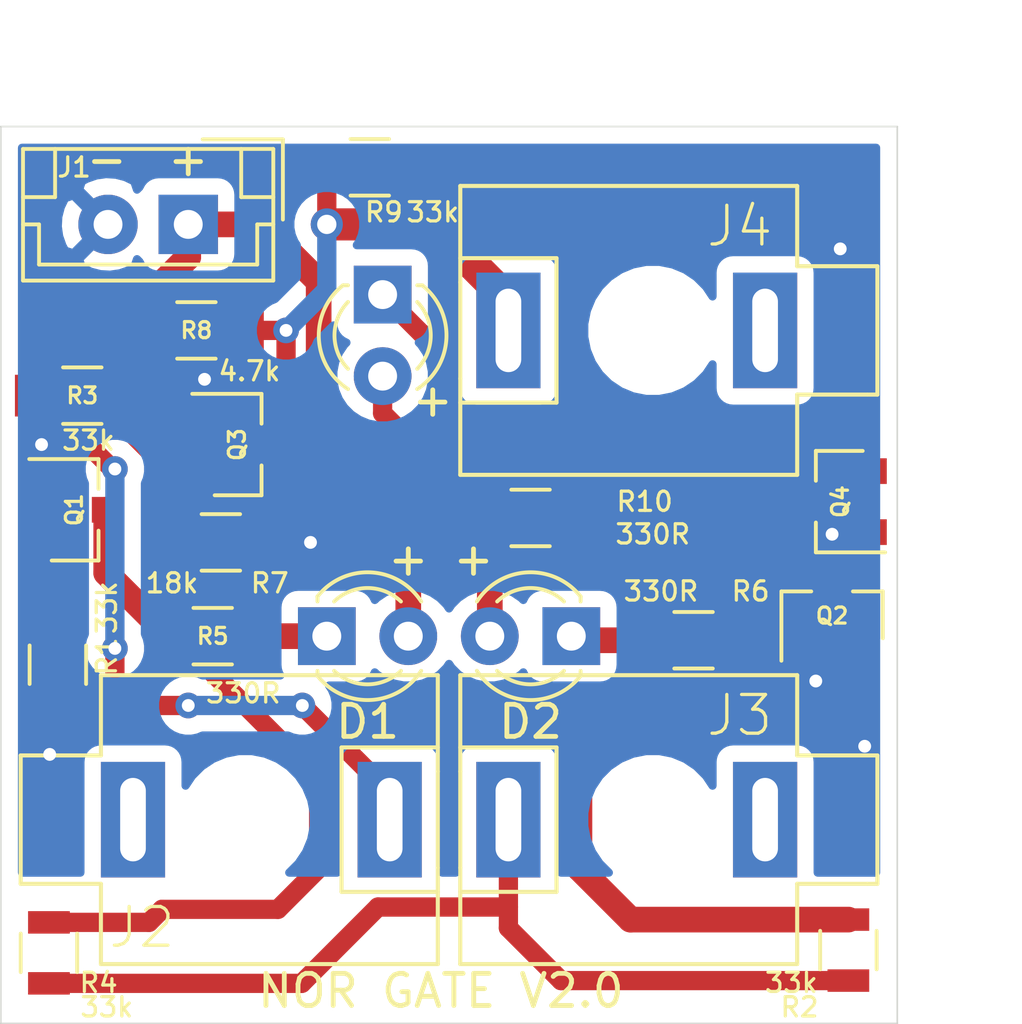
<source format=kicad_pcb>
(kicad_pcb (version 20171130) (host pcbnew "(5.1.9)-1")

  (general
    (thickness 1.6)
    (drawings 11)
    (tracks 117)
    (zones 0)
    (modules 21)
    (nets 19)
  )

  (page A4)
  (layers
    (0 F.Cu signal)
    (31 B.Cu signal)
    (32 B.Adhes user)
    (33 F.Adhes user)
    (34 B.Paste user)
    (35 F.Paste user)
    (36 B.SilkS user)
    (37 F.SilkS user)
    (38 B.Mask user)
    (39 F.Mask user hide)
    (40 Dwgs.User user)
    (41 Cmts.User user)
    (42 Eco1.User user)
    (43 Eco2.User user)
    (44 Edge.Cuts user)
    (45 Margin user)
    (46 B.CrtYd user)
    (47 F.CrtYd user)
    (48 B.Fab user)
    (49 F.Fab user)
  )

  (setup
    (last_trace_width 0.25)
    (user_trace_width 0.4)
    (user_trace_width 0.6)
    (user_trace_width 0.8)
    (user_trace_width 1)
    (user_trace_width 2.5)
    (trace_clearance 0.2)
    (zone_clearance 0.508)
    (zone_45_only no)
    (trace_min 0.25)
    (via_size 0.8)
    (via_drill 0.4)
    (via_min_size 0.4)
    (via_min_drill 0.3)
    (uvia_size 0.3)
    (uvia_drill 0.1)
    (uvias_allowed no)
    (uvia_min_size 0.2)
    (uvia_min_drill 0.1)
    (edge_width 0.05)
    (segment_width 0.2)
    (pcb_text_width 0.3)
    (pcb_text_size 1.5 1.5)
    (mod_edge_width 0.12)
    (mod_text_size 1 1)
    (mod_text_width 0.15)
    (pad_size 1.524 1.524)
    (pad_drill 0.762)
    (pad_to_mask_clearance 0)
    (aux_axis_origin 0 0)
    (visible_elements 7FFFFFFF)
    (pcbplotparams
      (layerselection 0x010f0_ffffffff)
      (usegerberextensions false)
      (usegerberattributes true)
      (usegerberadvancedattributes true)
      (creategerberjobfile true)
      (excludeedgelayer true)
      (linewidth 0.100000)
      (plotframeref false)
      (viasonmask false)
      (mode 1)
      (useauxorigin false)
      (hpglpennumber 1)
      (hpglpenspeed 20)
      (hpglpendiameter 15.000000)
      (psnegative false)
      (psa4output false)
      (plotreference true)
      (plotvalue true)
      (plotinvisibletext false)
      (padsonsilk false)
      (subtractmaskfromsilk false)
      (outputformat 1)
      (mirror false)
      (drillshape 0)
      (scaleselection 1)
      (outputdirectory "Output/"))
  )

  (net 0 "")
  (net 1 "Net-(D1-Pad1)")
  (net 2 "Net-(D2-Pad1)")
  (net 3 "Net-(D3-Pad1)")
  (net 4 "Net-(D3-Pad2)")
  (net 5 GND)
  (net 6 +5V)
  (net 7 "Net-(Q1-Pad2)")
  (net 8 "Net-(Q2-Pad2)")
  (net 9 "Net-(Q3-Pad2)")
  (net 10 "Net-(J4-Pad1)")
  (net 11 "Net-(Q4-Pad2)")
  (net 12 "Net-(J2-Pad1)")
  (net 13 "Net-(J3-Pad1)")
  (net 14 "Net-(J2-Pad2)")
  (net 15 "Net-(J3-Pad2)")
  (net 16 "Net-(J4-Pad2)")
  (net 17 "Net-(Q1-Pad3)")
  (net 18 "Net-(Q2-Pad3)")

  (net_class Default "This is the default net class."
    (clearance 0.2)
    (trace_width 0.25)
    (via_dia 0.8)
    (via_drill 0.4)
    (uvia_dia 0.3)
    (uvia_drill 0.1)
    (diff_pair_width 0.25)
    (diff_pair_gap 0.25)
    (add_net +5V)
    (add_net GND)
    (add_net "Net-(D1-Pad1)")
    (add_net "Net-(D2-Pad1)")
    (add_net "Net-(D3-Pad1)")
    (add_net "Net-(D3-Pad2)")
    (add_net "Net-(J2-Pad1)")
    (add_net "Net-(J2-Pad2)")
    (add_net "Net-(J3-Pad1)")
    (add_net "Net-(J3-Pad2)")
    (add_net "Net-(J4-Pad1)")
    (add_net "Net-(J4-Pad2)")
    (add_net "Net-(Q1-Pad2)")
    (add_net "Net-(Q1-Pad3)")
    (add_net "Net-(Q2-Pad2)")
    (add_net "Net-(Q2-Pad3)")
    (add_net "Net-(Q3-Pad2)")
    (add_net "Net-(Q4-Pad2)")
  )

  (module Resistors_SMD:R_0805 (layer F.Cu) (tedit 58E0A804) (tstamp 6036CF87)
    (at 64.516 86.614 270)
    (descr "Resistor SMD 0805, reflow soldering, Vishay (see dcrcw.pdf)")
    (tags "resistor 0805")
    (path /603B63CC)
    (attr smd)
    (fp_text reference R2 (at 1.778 1.524 180) (layer F.SilkS)
      (effects (font (size 0.6 0.6) (thickness 0.1)))
    )
    (fp_text value 33k (at 1.016 1.778 180) (layer F.SilkS)
      (effects (font (size 0.6 0.6) (thickness 0.1)))
    )
    (fp_line (start -1 0.62) (end -1 -0.62) (layer F.Fab) (width 0.1))
    (fp_line (start 1 0.62) (end -1 0.62) (layer F.Fab) (width 0.1))
    (fp_line (start 1 -0.62) (end 1 0.62) (layer F.Fab) (width 0.1))
    (fp_line (start -1 -0.62) (end 1 -0.62) (layer F.Fab) (width 0.1))
    (fp_line (start 0.6 0.88) (end -0.6 0.88) (layer F.SilkS) (width 0.12))
    (fp_line (start -0.6 -0.88) (end 0.6 -0.88) (layer F.SilkS) (width 0.12))
    (fp_line (start -1.55 -0.9) (end 1.55 -0.9) (layer F.CrtYd) (width 0.05))
    (fp_line (start -1.55 -0.9) (end -1.55 0.9) (layer F.CrtYd) (width 0.05))
    (fp_line (start 1.55 0.9) (end 1.55 -0.9) (layer F.CrtYd) (width 0.05))
    (fp_line (start 1.55 0.9) (end -1.55 0.9) (layer F.CrtYd) (width 0.05))
    (fp_text user %R (at 0 0 90) (layer F.Fab)
      (effects (font (size 0.5 0.5) (thickness 0.075)))
    )
    (pad 1 smd rect (at -0.95 0 270) (size 0.7 1.3) (layers F.Cu F.Paste F.Mask)
      (net 8 "Net-(Q2-Pad2)"))
    (pad 2 smd rect (at 0.95 0 270) (size 0.7 1.3) (layers F.Cu F.Paste F.Mask)
      (net 13 "Net-(J3-Pad1)"))
    (model ${KISYS3DMOD}/Resistors_SMD.3dshapes/R_0805.wrl
      (at (xyz 0 0 0))
      (scale (xyz 1 1 1))
      (rotate (xyz 0 0 0))
    )
  )

  (module Resistors_SMD:R_0805 (layer F.Cu) (tedit 58E0A804) (tstamp 603EB02F)
    (at 39.6 86.7 270)
    (descr "Resistor SMD 0805, reflow soldering, Vishay (see dcrcw.pdf)")
    (tags "resistor 0805")
    (path /60378F2D)
    (attr smd)
    (fp_text reference R4 (at 0.93 -1.548 180) (layer F.SilkS)
      (effects (font (size 0.6 0.6) (thickness 0.1)))
    )
    (fp_text value 33k (at 1.692 -1.802 180) (layer F.SilkS)
      (effects (font (size 0.6 0.6) (thickness 0.1)))
    )
    (fp_line (start -1 0.62) (end -1 -0.62) (layer F.Fab) (width 0.1))
    (fp_line (start 1 0.62) (end -1 0.62) (layer F.Fab) (width 0.1))
    (fp_line (start 1 -0.62) (end 1 0.62) (layer F.Fab) (width 0.1))
    (fp_line (start -1 -0.62) (end 1 -0.62) (layer F.Fab) (width 0.1))
    (fp_line (start 0.6 0.88) (end -0.6 0.88) (layer F.SilkS) (width 0.12))
    (fp_line (start -0.6 -0.88) (end 0.6 -0.88) (layer F.SilkS) (width 0.12))
    (fp_line (start -1.55 -0.9) (end 1.55 -0.9) (layer F.CrtYd) (width 0.05))
    (fp_line (start -1.55 -0.9) (end -1.55 0.9) (layer F.CrtYd) (width 0.05))
    (fp_line (start 1.55 0.9) (end 1.55 -0.9) (layer F.CrtYd) (width 0.05))
    (fp_line (start 1.55 0.9) (end -1.55 0.9) (layer F.CrtYd) (width 0.05))
    (fp_text user %R (at 0 0 90) (layer F.Fab)
      (effects (font (size 0.5 0.5) (thickness 0.075)))
    )
    (pad 1 smd rect (at -0.95 0 270) (size 0.7 1.3) (layers F.Cu F.Paste F.Mask)
      (net 9 "Net-(Q3-Pad2)"))
    (pad 2 smd rect (at 0.95 0 270) (size 0.7 1.3) (layers F.Cu F.Paste F.Mask)
      (net 13 "Net-(J3-Pad1)"))
    (model ${KISYS3DMOD}/Resistors_SMD.3dshapes/R_0805.wrl
      (at (xyz 0 0 0))
      (scale (xyz 1 1 1))
      (rotate (xyz 0 0 0))
    )
  )

  (module Resistors_SMD:R_0805_HandSoldering (layer F.Cu) (tedit 58E0A804) (tstamp 603EBF6D)
    (at 54.61 73.152)
    (descr "Resistor SMD 0805, hand soldering")
    (tags "resistor 0805")
    (path /6038EBB1)
    (attr smd)
    (fp_text reference R10 (at 3.556 -0.508) (layer F.SilkS)
      (effects (font (size 0.6 0.6) (thickness 0.1)))
    )
    (fp_text value 330R (at 3.81 0.508) (layer F.SilkS)
      (effects (font (size 0.6 0.6) (thickness 0.1)))
    )
    (fp_line (start -1 0.62) (end -1 -0.62) (layer F.Fab) (width 0.1))
    (fp_line (start 1 0.62) (end -1 0.62) (layer F.Fab) (width 0.1))
    (fp_line (start 1 -0.62) (end 1 0.62) (layer F.Fab) (width 0.1))
    (fp_line (start -1 -0.62) (end 1 -0.62) (layer F.Fab) (width 0.1))
    (fp_line (start 0.6 0.88) (end -0.6 0.88) (layer F.SilkS) (width 0.12))
    (fp_line (start -0.6 -0.88) (end 0.6 -0.88) (layer F.SilkS) (width 0.12))
    (fp_line (start -2.35 -0.9) (end 2.35 -0.9) (layer F.CrtYd) (width 0.05))
    (fp_line (start -2.35 -0.9) (end -2.35 0.9) (layer F.CrtYd) (width 0.05))
    (fp_line (start 2.35 0.9) (end 2.35 -0.9) (layer F.CrtYd) (width 0.05))
    (fp_line (start 2.35 0.9) (end -2.35 0.9) (layer F.CrtYd) (width 0.05))
    (fp_text user %R (at 0 0) (layer F.Fab)
      (effects (font (size 0.5 0.5) (thickness 0.075)))
    )
    (pad 1 smd rect (at -1.35 0) (size 1.5 1.3) (layers F.Cu F.Paste F.Mask)
      (net 4 "Net-(D3-Pad2)"))
    (pad 2 smd rect (at 1.35 0) (size 1.5 1.3) (layers F.Cu F.Paste F.Mask)
      (net 6 +5V))
    (model ${KISYS3DMOD}/Resistors_SMD.3dshapes/R_0805.wrl
      (at (xyz 0 0 0))
      (scale (xyz 1 1 1))
      (rotate (xyz 0 0 0))
    )
  )

  (module Resistors_SMD:R_0805_HandSoldering (layer F.Cu) (tedit 58E0A804) (tstamp 6036FD30)
    (at 49.6 62.23 180)
    (descr "Resistor SMD 0805, hand soldering")
    (tags "resistor 0805")
    (path /603B8CD6)
    (attr smd)
    (fp_text reference R9 (at -0.438 -1.397 180) (layer F.SilkS)
      (effects (font (size 0.6 0.6) (thickness 0.1)))
    )
    (fp_text value 33k (at -1.962 -1.397) (layer F.SilkS)
      (effects (font (size 0.6 0.6) (thickness 0.1)))
    )
    (fp_line (start -1 0.62) (end -1 -0.62) (layer F.Fab) (width 0.1))
    (fp_line (start 1 0.62) (end -1 0.62) (layer F.Fab) (width 0.1))
    (fp_line (start 1 -0.62) (end 1 0.62) (layer F.Fab) (width 0.1))
    (fp_line (start -1 -0.62) (end 1 -0.62) (layer F.Fab) (width 0.1))
    (fp_line (start 0.6 0.88) (end -0.6 0.88) (layer F.SilkS) (width 0.12))
    (fp_line (start -0.6 -0.88) (end 0.6 -0.88) (layer F.SilkS) (width 0.12))
    (fp_line (start -2.35 -0.9) (end 2.35 -0.9) (layer F.CrtYd) (width 0.05))
    (fp_line (start -2.35 -0.9) (end -2.35 0.9) (layer F.CrtYd) (width 0.05))
    (fp_line (start 2.35 0.9) (end 2.35 -0.9) (layer F.CrtYd) (width 0.05))
    (fp_line (start 2.35 0.9) (end -2.35 0.9) (layer F.CrtYd) (width 0.05))
    (fp_text user %R (at 0 0) (layer F.Fab)
      (effects (font (size 0.5 0.5) (thickness 0.075)))
    )
    (pad 1 smd rect (at -1.35 0 180) (size 1.5 1.3) (layers F.Cu F.Paste F.Mask)
      (net 11 "Net-(Q4-Pad2)"))
    (pad 2 smd rect (at 1.35 0 180) (size 1.5 1.3) (layers F.Cu F.Paste F.Mask)
      (net 10 "Net-(J4-Pad1)"))
    (model ${KISYS3DMOD}/Resistors_SMD.3dshapes/R_0805.wrl
      (at (xyz 0 0 0))
      (scale (xyz 1 1 1))
      (rotate (xyz 0 0 0))
    )
  )

  (module Resistors_SMD:R_0805_HandSoldering (layer F.Cu) (tedit 58E0A804) (tstamp 6036CF99)
    (at 44.196 67.31)
    (descr "Resistor SMD 0805, hand soldering")
    (tags "resistor 0805")
    (path /6036F906)
    (attr smd)
    (fp_text reference R8 (at 0 0) (layer F.SilkS)
      (effects (font (size 0.5 0.5) (thickness 0.1)))
    )
    (fp_text value 4.7k (at 1.651 1.27) (layer F.SilkS)
      (effects (font (size 0.6 0.6) (thickness 0.1)))
    )
    (fp_line (start -1 0.62) (end -1 -0.62) (layer F.Fab) (width 0.1))
    (fp_line (start 1 0.62) (end -1 0.62) (layer F.Fab) (width 0.1))
    (fp_line (start 1 -0.62) (end 1 0.62) (layer F.Fab) (width 0.1))
    (fp_line (start -1 -0.62) (end 1 -0.62) (layer F.Fab) (width 0.1))
    (fp_line (start 0.6 0.88) (end -0.6 0.88) (layer F.SilkS) (width 0.12))
    (fp_line (start -0.6 -0.88) (end 0.6 -0.88) (layer F.SilkS) (width 0.12))
    (fp_line (start -2.35 -0.9) (end 2.35 -0.9) (layer F.CrtYd) (width 0.05))
    (fp_line (start -2.35 -0.9) (end -2.35 0.9) (layer F.CrtYd) (width 0.05))
    (fp_line (start 2.35 0.9) (end 2.35 -0.9) (layer F.CrtYd) (width 0.05))
    (fp_line (start 2.35 0.9) (end -2.35 0.9) (layer F.CrtYd) (width 0.05))
    (fp_text user %R (at 0 0) (layer F.Fab)
      (effects (font (size 0.5 0.5) (thickness 0.075)))
    )
    (pad 1 smd rect (at -1.35 0) (size 1.5 1.3) (layers F.Cu F.Paste F.Mask)
      (net 6 +5V))
    (pad 2 smd rect (at 1.35 0) (size 1.5 1.3) (layers F.Cu F.Paste F.Mask)
      (net 10 "Net-(J4-Pad1)"))
    (model ${KISYS3DMOD}/Resistors_SMD.3dshapes/R_0805.wrl
      (at (xyz 0 0 0))
      (scale (xyz 1 1 1))
      (rotate (xyz 0 0 0))
    )
  )

  (module Resistors_SMD:R_0805_HandSoldering (layer F.Cu) (tedit 58E0A804) (tstamp 60370AEB)
    (at 44.958 73.914)
    (descr "Resistor SMD 0805, hand soldering")
    (tags "resistor 0805")
    (path /60388E33)
    (attr smd)
    (fp_text reference R7 (at 1.524 1.27) (layer F.SilkS)
      (effects (font (size 0.6 0.6) (thickness 0.1)))
    )
    (fp_text value 18k (at -1.524 1.27) (layer F.SilkS)
      (effects (font (size 0.6 0.6) (thickness 0.1)))
    )
    (fp_line (start -1 0.62) (end -1 -0.62) (layer F.Fab) (width 0.1))
    (fp_line (start 1 0.62) (end -1 0.62) (layer F.Fab) (width 0.1))
    (fp_line (start 1 -0.62) (end 1 0.62) (layer F.Fab) (width 0.1))
    (fp_line (start -1 -0.62) (end 1 -0.62) (layer F.Fab) (width 0.1))
    (fp_line (start 0.6 0.88) (end -0.6 0.88) (layer F.SilkS) (width 0.12))
    (fp_line (start -0.6 -0.88) (end 0.6 -0.88) (layer F.SilkS) (width 0.12))
    (fp_line (start -2.35 -0.9) (end 2.35 -0.9) (layer F.CrtYd) (width 0.05))
    (fp_line (start -2.35 -0.9) (end -2.35 0.9) (layer F.CrtYd) (width 0.05))
    (fp_line (start 2.35 0.9) (end 2.35 -0.9) (layer F.CrtYd) (width 0.05))
    (fp_line (start 2.35 0.9) (end -2.35 0.9) (layer F.CrtYd) (width 0.05))
    (fp_text user %R (at 0 0) (layer F.Fab)
      (effects (font (size 0.5 0.5) (thickness 0.075)))
    )
    (pad 1 smd rect (at -1.35 0) (size 1.5 1.3) (layers F.Cu F.Paste F.Mask)
      (net 9 "Net-(Q3-Pad2)"))
    (pad 2 smd rect (at 1.35 0) (size 1.5 1.3) (layers F.Cu F.Paste F.Mask)
      (net 5 GND))
    (model ${KISYS3DMOD}/Resistors_SMD.3dshapes/R_0805.wrl
      (at (xyz 0 0 0))
      (scale (xyz 1 1 1))
      (rotate (xyz 0 0 0))
    )
  )

  (module Resistors_SMD:R_0805_HandSoldering (layer F.Cu) (tedit 58E0A804) (tstamp 6036CF93)
    (at 59.69 76.962 180)
    (descr "Resistor SMD 0805, hand soldering")
    (tags "resistor 0805")
    (path /6039AE41)
    (attr smd)
    (fp_text reference R6 (at -1.778 1.524) (layer F.SilkS)
      (effects (font (size 0.6 0.6) (thickness 0.1)))
    )
    (fp_text value 330R (at 1.016 1.524) (layer F.SilkS)
      (effects (font (size 0.6 0.6) (thickness 0.1)))
    )
    (fp_line (start -1 0.62) (end -1 -0.62) (layer F.Fab) (width 0.1))
    (fp_line (start 1 0.62) (end -1 0.62) (layer F.Fab) (width 0.1))
    (fp_line (start 1 -0.62) (end 1 0.62) (layer F.Fab) (width 0.1))
    (fp_line (start -1 -0.62) (end 1 -0.62) (layer F.Fab) (width 0.1))
    (fp_line (start 0.6 0.88) (end -0.6 0.88) (layer F.SilkS) (width 0.12))
    (fp_line (start -0.6 -0.88) (end 0.6 -0.88) (layer F.SilkS) (width 0.12))
    (fp_line (start -2.35 -0.9) (end 2.35 -0.9) (layer F.CrtYd) (width 0.05))
    (fp_line (start -2.35 -0.9) (end -2.35 0.9) (layer F.CrtYd) (width 0.05))
    (fp_line (start 2.35 0.9) (end 2.35 -0.9) (layer F.CrtYd) (width 0.05))
    (fp_line (start 2.35 0.9) (end -2.35 0.9) (layer F.CrtYd) (width 0.05))
    (fp_text user %R (at 0 0) (layer F.Fab)
      (effects (font (size 0.5 0.5) (thickness 0.075)))
    )
    (pad 1 smd rect (at -1.35 0 180) (size 1.5 1.3) (layers F.Cu F.Paste F.Mask)
      (net 18 "Net-(Q2-Pad3)"))
    (pad 2 smd rect (at 1.35 0 180) (size 1.5 1.3) (layers F.Cu F.Paste F.Mask)
      (net 2 "Net-(D2-Pad1)"))
    (model ${KISYS3DMOD}/Resistors_SMD.3dshapes/R_0805.wrl
      (at (xyz 0 0 0))
      (scale (xyz 1 1 1))
      (rotate (xyz 0 0 0))
    )
  )

  (module Resistors_SMD:R_0805_HandSoldering (layer F.Cu) (tedit 58E0A804) (tstamp 6036CF90)
    (at 44.704 76.835)
    (descr "Resistor SMD 0805, hand soldering")
    (tags "resistor 0805")
    (path /60394C71)
    (attr smd)
    (fp_text reference R5 (at 0 0) (layer F.SilkS)
      (effects (font (size 0.5 0.5) (thickness 0.1)))
    )
    (fp_text value 330R (at 0.9525 1.778) (layer F.SilkS)
      (effects (font (size 0.6 0.6) (thickness 0.1)))
    )
    (fp_line (start -1 0.62) (end -1 -0.62) (layer F.Fab) (width 0.1))
    (fp_line (start 1 0.62) (end -1 0.62) (layer F.Fab) (width 0.1))
    (fp_line (start 1 -0.62) (end 1 0.62) (layer F.Fab) (width 0.1))
    (fp_line (start -1 -0.62) (end 1 -0.62) (layer F.Fab) (width 0.1))
    (fp_line (start 0.6 0.88) (end -0.6 0.88) (layer F.SilkS) (width 0.12))
    (fp_line (start -0.6 -0.88) (end 0.6 -0.88) (layer F.SilkS) (width 0.12))
    (fp_line (start -2.35 -0.9) (end 2.35 -0.9) (layer F.CrtYd) (width 0.05))
    (fp_line (start -2.35 -0.9) (end -2.35 0.9) (layer F.CrtYd) (width 0.05))
    (fp_line (start 2.35 0.9) (end 2.35 -0.9) (layer F.CrtYd) (width 0.05))
    (fp_line (start 2.35 0.9) (end -2.35 0.9) (layer F.CrtYd) (width 0.05))
    (fp_text user %R (at 0 0) (layer F.Fab)
      (effects (font (size 0.5 0.5) (thickness 0.075)))
    )
    (pad 1 smd rect (at -1.35 0) (size 1.5 1.3) (layers F.Cu F.Paste F.Mask)
      (net 17 "Net-(Q1-Pad3)"))
    (pad 2 smd rect (at 1.35 0) (size 1.5 1.3) (layers F.Cu F.Paste F.Mask)
      (net 1 "Net-(D1-Pad1)"))
    (model ${KISYS3DMOD}/Resistors_SMD.3dshapes/R_0805.wrl
      (at (xyz 0 0 0))
      (scale (xyz 1 1 1))
      (rotate (xyz 0 0 0))
    )
  )

  (module Resistors_SMD:R_0805_HandSoldering (layer F.Cu) (tedit 58E0A804) (tstamp 6036CF8A)
    (at 40.64 69.342 180)
    (descr "Resistor SMD 0805, hand soldering")
    (tags "resistor 0805")
    (path /6037886D)
    (attr smd)
    (fp_text reference R3 (at 0 0) (layer F.SilkS)
      (effects (font (size 0.5 0.5) (thickness 0.1)))
    )
    (fp_text value 33k (at -0.1905 -1.397) (layer F.SilkS)
      (effects (font (size 0.6 0.6) (thickness 0.1)))
    )
    (fp_line (start -1 0.62) (end -1 -0.62) (layer F.Fab) (width 0.1))
    (fp_line (start 1 0.62) (end -1 0.62) (layer F.Fab) (width 0.1))
    (fp_line (start 1 -0.62) (end 1 0.62) (layer F.Fab) (width 0.1))
    (fp_line (start -1 -0.62) (end 1 -0.62) (layer F.Fab) (width 0.1))
    (fp_line (start 0.6 0.88) (end -0.6 0.88) (layer F.SilkS) (width 0.12))
    (fp_line (start -0.6 -0.88) (end 0.6 -0.88) (layer F.SilkS) (width 0.12))
    (fp_line (start -2.35 -0.9) (end 2.35 -0.9) (layer F.CrtYd) (width 0.05))
    (fp_line (start -2.35 -0.9) (end -2.35 0.9) (layer F.CrtYd) (width 0.05))
    (fp_line (start 2.35 0.9) (end 2.35 -0.9) (layer F.CrtYd) (width 0.05))
    (fp_line (start 2.35 0.9) (end -2.35 0.9) (layer F.CrtYd) (width 0.05))
    (fp_text user %R (at 0 0) (layer F.Fab)
      (effects (font (size 0.5 0.5) (thickness 0.075)))
    )
    (pad 1 smd rect (at -1.35 0 180) (size 1.5 1.3) (layers F.Cu F.Paste F.Mask)
      (net 9 "Net-(Q3-Pad2)"))
    (pad 2 smd rect (at 1.35 0 180) (size 1.5 1.3) (layers F.Cu F.Paste F.Mask)
      (net 12 "Net-(J2-Pad1)"))
    (model ${KISYS3DMOD}/Resistors_SMD.3dshapes/R_0805.wrl
      (at (xyz 0 0 0))
      (scale (xyz 1 1 1))
      (rotate (xyz 0 0 0))
    )
  )

  (module Resistors_SMD:R_0805_HandSoldering (layer F.Cu) (tedit 58E0A804) (tstamp 6036DF25)
    (at 39.878 77.724 270)
    (descr "Resistor SMD 0805, hand soldering")
    (tags "resistor 0805")
    (path /603B2D2A)
    (attr smd)
    (fp_text reference R1 (at -0.254 -1.524 90) (layer F.SilkS)
      (effects (font (size 0.6 0.6) (thickness 0.1)))
    )
    (fp_text value 33k (at -1.778 -1.524 90) (layer F.SilkS)
      (effects (font (size 0.6 0.6) (thickness 0.1)))
    )
    (fp_line (start -1 0.62) (end -1 -0.62) (layer F.Fab) (width 0.1))
    (fp_line (start 1 0.62) (end -1 0.62) (layer F.Fab) (width 0.1))
    (fp_line (start 1 -0.62) (end 1 0.62) (layer F.Fab) (width 0.1))
    (fp_line (start -1 -0.62) (end 1 -0.62) (layer F.Fab) (width 0.1))
    (fp_line (start 0.6 0.88) (end -0.6 0.88) (layer F.SilkS) (width 0.12))
    (fp_line (start -0.6 -0.88) (end 0.6 -0.88) (layer F.SilkS) (width 0.12))
    (fp_line (start -2.35 -0.9) (end 2.35 -0.9) (layer F.CrtYd) (width 0.05))
    (fp_line (start -2.35 -0.9) (end -2.35 0.9) (layer F.CrtYd) (width 0.05))
    (fp_line (start 2.35 0.9) (end 2.35 -0.9) (layer F.CrtYd) (width 0.05))
    (fp_line (start 2.35 0.9) (end -2.35 0.9) (layer F.CrtYd) (width 0.05))
    (fp_text user %R (at 0 0 90) (layer F.Fab)
      (effects (font (size 0.5 0.5) (thickness 0.075)))
    )
    (pad 1 smd rect (at -1.35 0 270) (size 1.5 1.3) (layers F.Cu F.Paste F.Mask)
      (net 7 "Net-(Q1-Pad2)"))
    (pad 2 smd rect (at 1.35 0 270) (size 1.5 1.3) (layers F.Cu F.Paste F.Mask)
      (net 12 "Net-(J2-Pad1)"))
    (model ${KISYS3DMOD}/Resistors_SMD.3dshapes/R_0805.wrl
      (at (xyz 0 0 0))
      (scale (xyz 1 1 1))
      (rotate (xyz 0 0 0))
    )
  )

  (module Connectors_JST:JST_EH_B02B-EH-A_02x2.50mm_Straight (layer F.Cu) (tedit 58A3B0B5) (tstamp 603EC8FC)
    (at 43.942 64.008 180)
    (descr "JST EH series connector, B02B-EH-A, 2.50mm pitch, top entry")
    (tags "connector jst eh top vertical straight")
    (path /603EB473)
    (fp_text reference J1 (at 3.556 1.778) (layer F.SilkS)
      (effects (font (size 0.6 0.6) (thickness 0.1)))
    )
    (fp_text value Conn_01x02 (at -12.344 6.142) (layer F.Fab)
      (effects (font (size 1 1) (thickness 0.15)))
    )
    (fp_line (start -2.5 -1.6) (end -2.5 2.2) (layer F.Fab) (width 0.1))
    (fp_line (start -2.5 2.2) (end 5 2.2) (layer F.Fab) (width 0.1))
    (fp_line (start 5 2.2) (end 5 -1.6) (layer F.Fab) (width 0.1))
    (fp_line (start 5 -1.6) (end -2.5 -1.6) (layer F.Fab) (width 0.1))
    (fp_line (start -2.65 -1.75) (end -2.65 2.35) (layer F.SilkS) (width 0.12))
    (fp_line (start -2.65 2.35) (end 5.15 2.35) (layer F.SilkS) (width 0.12))
    (fp_line (start 5.15 2.35) (end 5.15 -1.75) (layer F.SilkS) (width 0.12))
    (fp_line (start 5.15 -1.75) (end -2.65 -1.75) (layer F.SilkS) (width 0.12))
    (fp_line (start -2.65 0) (end -2.15 0) (layer F.SilkS) (width 0.12))
    (fp_line (start -2.15 0) (end -2.15 -1.25) (layer F.SilkS) (width 0.12))
    (fp_line (start -2.15 -1.25) (end 4.65 -1.25) (layer F.SilkS) (width 0.12))
    (fp_line (start 4.65 -1.25) (end 4.65 0) (layer F.SilkS) (width 0.12))
    (fp_line (start 4.65 0) (end 5.15 0) (layer F.SilkS) (width 0.12))
    (fp_line (start -2.65 0.85) (end -1.65 0.85) (layer F.SilkS) (width 0.12))
    (fp_line (start -1.65 0.85) (end -1.65 2.35) (layer F.SilkS) (width 0.12))
    (fp_line (start 5.15 0.85) (end 4.15 0.85) (layer F.SilkS) (width 0.12))
    (fp_line (start 4.15 0.85) (end 4.15 2.35) (layer F.SilkS) (width 0.12))
    (fp_line (start -2.95 0.15) (end -2.95 2.65) (layer F.SilkS) (width 0.12))
    (fp_line (start -2.95 2.65) (end -0.45 2.65) (layer F.SilkS) (width 0.12))
    (fp_line (start -2.95 0.15) (end -2.95 2.65) (layer F.Fab) (width 0.1))
    (fp_line (start -2.95 2.65) (end -0.45 2.65) (layer F.Fab) (width 0.1))
    (fp_line (start -3.15 -2.25) (end -3.15 2.85) (layer F.CrtYd) (width 0.05))
    (fp_line (start -3.15 2.85) (end 5.65 2.85) (layer F.CrtYd) (width 0.05))
    (fp_line (start 5.65 2.85) (end 5.65 -2.25) (layer F.CrtYd) (width 0.05))
    (fp_line (start 5.65 -2.25) (end -3.15 -2.25) (layer F.CrtYd) (width 0.05))
    (fp_text user %R (at 1.25 -3) (layer F.Fab)
      (effects (font (size 1 1) (thickness 0.15)))
    )
    (pad 1 thru_hole rect (at 0 0 180) (size 1.85 1.85) (drill 0.9) (layers *.Cu *.Mask)
      (net 6 +5V))
    (pad 2 thru_hole circle (at 2.5 0 180) (size 1.85 1.85) (drill 0.9) (layers *.Cu *.Mask)
      (net 5 GND))
    (model Connectors_JST.3dshapes/JST_EH_B02B-EH-A_02x2.50mm_Straight.wrl
      (at (xyz 0 0 0))
      (scale (xyz 1 1 1))
      (rotate (xyz 0 0 0))
    )
  )

  (module Custom_Components:WQP-PJ301M-12_JACK-UPDATE (layer F.Cu) (tedit 603EA412) (tstamp 6036DABF)
    (at 45.72 82.55 270)
    (path /603CB6EE)
    (fp_text reference J2 (at 4.064 4.318) (layer F.SilkS)
      (effects (font (size 1.2065 1.2065) (thickness 0.1016)) (justify left bottom))
    )
    (fp_text value Conn_01x03 (at -1.651 -2.794 180) (layer F.SilkS) hide
      (effects (font (size 1.27 1.27) (thickness 0.15)))
    )
    (fp_line (start -4.5 -6) (end -1.5 -6) (layer F.SilkS) (width 0.127))
    (fp_line (start -1.5 -6) (end 1.5 -6) (layer F.SilkS) (width 0.127))
    (fp_line (start 1.5 -6) (end 4.5 -6) (layer F.SilkS) (width 0.127))
    (fp_line (start -4.5 -6) (end -4.5 4.5) (layer F.SilkS) (width 0.127))
    (fp_line (start -4.5 4.5) (end -2 4.5) (layer F.SilkS) (width 0.127))
    (fp_line (start 2 4.5) (end 4.5 4.5) (layer F.SilkS) (width 0.127))
    (fp_line (start 4.5 4.5) (end 4.5 -6) (layer F.SilkS) (width 0.127))
    (fp_line (start -2.25 -6) (end -2.25 -3) (layer F.SilkS) (width 0.127))
    (fp_line (start -2.25 -3) (end 2.25 -3) (layer F.SilkS) (width 0.127))
    (fp_line (start 2.25 -3) (end 2.25 -6) (layer F.SilkS) (width 0.127))
    (fp_line (start -2 4.5) (end -2 6.672) (layer F.SilkS) (width 0.127))
    (fp_line (start -2 6.7) (end -2 7) (layer F.SilkS) (width 0.127))
    (fp_line (start 2 7) (end 2 4.5) (layer F.SilkS) (width 0.127))
    (fp_line (start 2 7) (end -2 7) (layer F.SilkS) (width 0.127))
    (pad "" np_thru_hole circle (at 0 0 270) (size 3 3) (drill 3) (layers *.Cu *.Mask)
      (solder_mask_margin 0.1016))
    (pad 3 smd rect (at 0 6 270) (size 3 1.5) (layers F.Cu F.Paste F.Mask)
      (net 5 GND) (solder_mask_margin 0.1016))
    (pad 2 thru_hole rect (at 0 3.5 270) (size 3.6 2) (drill oval 2.6 0.8) (layers *.Cu *.Mask)
      (net 14 "Net-(J2-Pad2)") (solder_mask_margin 0.1016))
    (pad 1 thru_hole rect (at 0 -4.5 270) (size 3.6 2) (drill oval 2.6 0.8) (layers *.Cu *.Mask)
      (net 12 "Net-(J2-Pad1)") (solder_mask_margin 0.1016) (zone_connect 2))
  )

  (module Custom_Components:WQP-PJ301M-12_JACK-UPDATE (layer F.Cu) (tedit 603EA412) (tstamp 6036DAED)
    (at 58.42 67.31 90)
    (path /603D5EAC)
    (fp_text reference J4 (at 2.54 3.81) (layer F.SilkS)
      (effects (font (size 1.2065 1.2065) (thickness 0.1016)) (justify right bottom))
    )
    (fp_text value Conn_01x03 (at -1.27 13.462 180) (layer F.SilkS) hide
      (effects (font (size 1.27 1.27) (thickness 0.15)))
    )
    (fp_line (start -4.5 -6) (end -1.5 -6) (layer F.SilkS) (width 0.127))
    (fp_line (start -1.5 -6) (end 1.5 -6) (layer F.SilkS) (width 0.127))
    (fp_line (start 1.5 -6) (end 4.5 -6) (layer F.SilkS) (width 0.127))
    (fp_line (start -4.5 -6) (end -4.5 4.5) (layer F.SilkS) (width 0.127))
    (fp_line (start -4.5 4.5) (end -2 4.5) (layer F.SilkS) (width 0.127))
    (fp_line (start 2 4.5) (end 4.5 4.5) (layer F.SilkS) (width 0.127))
    (fp_line (start 4.5 4.5) (end 4.5 -6) (layer F.SilkS) (width 0.127))
    (fp_line (start -2.25 -6) (end -2.25 -3) (layer F.SilkS) (width 0.127))
    (fp_line (start -2.25 -3) (end 2.25 -3) (layer F.SilkS) (width 0.127))
    (fp_line (start 2.25 -3) (end 2.25 -6) (layer F.SilkS) (width 0.127))
    (fp_line (start -2 4.5) (end -2 6.672) (layer F.SilkS) (width 0.127))
    (fp_line (start -2 6.7) (end -2 7) (layer F.SilkS) (width 0.127))
    (fp_line (start 2 7) (end 2 4.5) (layer F.SilkS) (width 0.127))
    (fp_line (start 2 7) (end -2 7) (layer F.SilkS) (width 0.127))
    (pad "" np_thru_hole circle (at 0 0 90) (size 3 3) (drill 3) (layers *.Cu *.Mask)
      (solder_mask_margin 0.1016))
    (pad 3 smd rect (at 0 6 90) (size 3 1.5) (layers F.Cu F.Paste F.Mask)
      (net 5 GND) (solder_mask_margin 0.1016))
    (pad 2 thru_hole rect (at 0 3.5 90) (size 3.6 2) (drill oval 2.6 0.8) (layers *.Cu *.Mask)
      (net 16 "Net-(J4-Pad2)") (solder_mask_margin 0.1016))
    (pad 1 thru_hole rect (at 0 -4.5 90) (size 3.6 2) (drill oval 2.6 0.8) (layers *.Cu *.Mask)
      (net 10 "Net-(J4-Pad1)") (solder_mask_margin 0.1016) (zone_connect 2))
  )

  (module Custom_Components:WQP-PJ301M-12_JACK-UPDATE (layer F.Cu) (tedit 603EA412) (tstamp 6036DAD6)
    (at 58.42 82.55 90)
    (path /603CE8BF)
    (fp_text reference J3 (at 2.54 3.81) (layer F.SilkS)
      (effects (font (size 1.2065 1.2065) (thickness 0.1016)) (justify right bottom))
    )
    (fp_text value Conn_01x03 (at -2.54 10.668 90) (layer F.SilkS) hide
      (effects (font (size 1.27 1.27) (thickness 0.15)))
    )
    (fp_line (start -4.5 -6) (end -1.5 -6) (layer F.SilkS) (width 0.127))
    (fp_line (start -1.5 -6) (end 1.5 -6) (layer F.SilkS) (width 0.127))
    (fp_line (start 1.5 -6) (end 4.5 -6) (layer F.SilkS) (width 0.127))
    (fp_line (start -4.5 -6) (end -4.5 4.5) (layer F.SilkS) (width 0.127))
    (fp_line (start -4.5 4.5) (end -2 4.5) (layer F.SilkS) (width 0.127))
    (fp_line (start 2 4.5) (end 4.5 4.5) (layer F.SilkS) (width 0.127))
    (fp_line (start 4.5 4.5) (end 4.5 -6) (layer F.SilkS) (width 0.127))
    (fp_line (start -2.25 -6) (end -2.25 -3) (layer F.SilkS) (width 0.127))
    (fp_line (start -2.25 -3) (end 2.25 -3) (layer F.SilkS) (width 0.127))
    (fp_line (start 2.25 -3) (end 2.25 -6) (layer F.SilkS) (width 0.127))
    (fp_line (start -2 4.5) (end -2 6.672) (layer F.SilkS) (width 0.127))
    (fp_line (start -2 6.7) (end -2 7) (layer F.SilkS) (width 0.127))
    (fp_line (start 2 7) (end 2 4.5) (layer F.SilkS) (width 0.127))
    (fp_line (start 2 7) (end -2 7) (layer F.SilkS) (width 0.127))
    (pad "" np_thru_hole circle (at 0 0 90) (size 3 3) (drill 3) (layers *.Cu *.Mask)
      (solder_mask_margin 0.1016))
    (pad 3 smd rect (at 0 6 90) (size 3 1.5) (layers F.Cu F.Paste F.Mask)
      (net 5 GND) (solder_mask_margin 0.1016))
    (pad 2 thru_hole rect (at 0 3.5 90) (size 3.6 2) (drill oval 2.6 0.8) (layers *.Cu *.Mask)
      (net 15 "Net-(J3-Pad2)") (solder_mask_margin 0.1016))
    (pad 1 thru_hole rect (at 0 -4.5 90) (size 3.6 2) (drill oval 2.6 0.8) (layers *.Cu *.Mask)
      (net 13 "Net-(J3-Pad1)") (solder_mask_margin 0.1016) (zone_connect 2))
  )

  (module TO_SOT_Packages_SMD:SOT-23 (layer F.Cu) (tedit 58CE4E7E) (tstamp 6037314E)
    (at 64.262 72.644 180)
    (descr "SOT-23, Standard")
    (tags SOT-23)
    (path /6038C84B)
    (attr smd)
    (fp_text reference Q4 (at 0 0 270) (layer F.SilkS)
      (effects (font (size 0.5 0.5) (thickness 0.1)))
    )
    (fp_text value 2N3904 (at -4.953 2.5) (layer F.Fab) hide
      (effects (font (size 1 1) (thickness 0.15)))
    )
    (fp_line (start -0.7 -0.95) (end -0.7 1.5) (layer F.Fab) (width 0.1))
    (fp_line (start -0.15 -1.52) (end 0.7 -1.52) (layer F.Fab) (width 0.1))
    (fp_line (start -0.7 -0.95) (end -0.15 -1.52) (layer F.Fab) (width 0.1))
    (fp_line (start 0.7 -1.52) (end 0.7 1.52) (layer F.Fab) (width 0.1))
    (fp_line (start -0.7 1.52) (end 0.7 1.52) (layer F.Fab) (width 0.1))
    (fp_line (start 0.76 1.58) (end 0.76 0.65) (layer F.SilkS) (width 0.12))
    (fp_line (start 0.76 -1.58) (end 0.76 -0.65) (layer F.SilkS) (width 0.12))
    (fp_line (start -1.7 -1.75) (end 1.7 -1.75) (layer F.CrtYd) (width 0.05))
    (fp_line (start 1.7 -1.75) (end 1.7 1.75) (layer F.CrtYd) (width 0.05))
    (fp_line (start 1.7 1.75) (end -1.7 1.75) (layer F.CrtYd) (width 0.05))
    (fp_line (start -1.7 1.75) (end -1.7 -1.75) (layer F.CrtYd) (width 0.05))
    (fp_line (start 0.76 -1.58) (end -1.4 -1.58) (layer F.SilkS) (width 0.12))
    (fp_line (start 0.76 1.58) (end -0.7 1.58) (layer F.SilkS) (width 0.12))
    (fp_text user %R (at 0 0 90) (layer F.Fab)
      (effects (font (size 0.5 0.5) (thickness 0.075)))
    )
    (pad 1 smd rect (at -1 -0.95 180) (size 0.9 0.8) (layers F.Cu F.Paste F.Mask)
      (net 5 GND))
    (pad 2 smd rect (at -1 0.95 180) (size 0.9 0.8) (layers F.Cu F.Paste F.Mask)
      (net 11 "Net-(Q4-Pad2)"))
    (pad 3 smd rect (at 1 0 180) (size 0.9 0.8) (layers F.Cu F.Paste F.Mask)
      (net 3 "Net-(D3-Pad1)"))
    (model ${KISYS3DMOD}/TO_SOT_Packages_SMD.3dshapes/SOT-23.wrl
      (at (xyz 0 0 0))
      (scale (xyz 1 1 1))
      (rotate (xyz 0 0 0))
    )
  )

  (module TO_SOT_Packages_SMD:SOT-23 (layer F.Cu) (tedit 58CE4E7E) (tstamp 6036CF7E)
    (at 45.466 70.866)
    (descr "SOT-23, Standard")
    (tags SOT-23)
    (path /6036C6E7)
    (attr smd)
    (fp_text reference Q3 (at 0 0 270) (layer F.SilkS)
      (effects (font (size 0.5 0.5) (thickness 0.1)))
    )
    (fp_text value 2N3904 (at -14.986 -0.254) (layer F.Fab) hide
      (effects (font (size 1 1) (thickness 0.15)))
    )
    (fp_line (start -0.7 -0.95) (end -0.7 1.5) (layer F.Fab) (width 0.1))
    (fp_line (start -0.15 -1.52) (end 0.7 -1.52) (layer F.Fab) (width 0.1))
    (fp_line (start -0.7 -0.95) (end -0.15 -1.52) (layer F.Fab) (width 0.1))
    (fp_line (start 0.7 -1.52) (end 0.7 1.52) (layer F.Fab) (width 0.1))
    (fp_line (start -0.7 1.52) (end 0.7 1.52) (layer F.Fab) (width 0.1))
    (fp_line (start 0.76 1.58) (end 0.76 0.65) (layer F.SilkS) (width 0.12))
    (fp_line (start 0.76 -1.58) (end 0.76 -0.65) (layer F.SilkS) (width 0.12))
    (fp_line (start -1.7 -1.75) (end 1.7 -1.75) (layer F.CrtYd) (width 0.05))
    (fp_line (start 1.7 -1.75) (end 1.7 1.75) (layer F.CrtYd) (width 0.05))
    (fp_line (start 1.7 1.75) (end -1.7 1.75) (layer F.CrtYd) (width 0.05))
    (fp_line (start -1.7 1.75) (end -1.7 -1.75) (layer F.CrtYd) (width 0.05))
    (fp_line (start 0.76 -1.58) (end -1.4 -1.58) (layer F.SilkS) (width 0.12))
    (fp_line (start 0.76 1.58) (end -0.7 1.58) (layer F.SilkS) (width 0.12))
    (fp_text user %R (at 0 0 90) (layer F.Fab)
      (effects (font (size 0.5 0.5) (thickness 0.075)))
    )
    (pad 1 smd rect (at -1 -0.95) (size 0.9 0.8) (layers F.Cu F.Paste F.Mask)
      (net 5 GND))
    (pad 2 smd rect (at -1 0.95) (size 0.9 0.8) (layers F.Cu F.Paste F.Mask)
      (net 9 "Net-(Q3-Pad2)"))
    (pad 3 smd rect (at 1 0) (size 0.9 0.8) (layers F.Cu F.Paste F.Mask)
      (net 10 "Net-(J4-Pad1)"))
    (model ${KISYS3DMOD}/TO_SOT_Packages_SMD.3dshapes/SOT-23.wrl
      (at (xyz 0 0 0))
      (scale (xyz 1 1 1))
      (rotate (xyz 0 0 0))
    )
  )

  (module TO_SOT_Packages_SMD:SOT-23 (layer F.Cu) (tedit 58CE4E7E) (tstamp 6036CF7B)
    (at 64.008 76.2 90)
    (descr "SOT-23, Standard")
    (tags SOT-23)
    (path /6039AE35)
    (attr smd)
    (fp_text reference Q2 (at 0 0 180) (layer F.SilkS)
      (effects (font (size 0.5 0.5) (thickness 0.1)))
    )
    (fp_text value 2N3904 (at 0.508 5.08 90) (layer F.Fab)
      (effects (font (size 1 1) (thickness 0.15)))
    )
    (fp_line (start -0.7 -0.95) (end -0.7 1.5) (layer F.Fab) (width 0.1))
    (fp_line (start -0.15 -1.52) (end 0.7 -1.52) (layer F.Fab) (width 0.1))
    (fp_line (start -0.7 -0.95) (end -0.15 -1.52) (layer F.Fab) (width 0.1))
    (fp_line (start 0.7 -1.52) (end 0.7 1.52) (layer F.Fab) (width 0.1))
    (fp_line (start -0.7 1.52) (end 0.7 1.52) (layer F.Fab) (width 0.1))
    (fp_line (start 0.76 1.58) (end 0.76 0.65) (layer F.SilkS) (width 0.12))
    (fp_line (start 0.76 -1.58) (end 0.76 -0.65) (layer F.SilkS) (width 0.12))
    (fp_line (start -1.7 -1.75) (end 1.7 -1.75) (layer F.CrtYd) (width 0.05))
    (fp_line (start 1.7 -1.75) (end 1.7 1.75) (layer F.CrtYd) (width 0.05))
    (fp_line (start 1.7 1.75) (end -1.7 1.75) (layer F.CrtYd) (width 0.05))
    (fp_line (start -1.7 1.75) (end -1.7 -1.75) (layer F.CrtYd) (width 0.05))
    (fp_line (start 0.76 -1.58) (end -1.4 -1.58) (layer F.SilkS) (width 0.12))
    (fp_line (start 0.76 1.58) (end -0.7 1.58) (layer F.SilkS) (width 0.12))
    (fp_text user %R (at 0 0) (layer F.Fab)
      (effects (font (size 0.5 0.5) (thickness 0.075)))
    )
    (pad 1 smd rect (at -1 -0.95 90) (size 0.9 0.8) (layers F.Cu F.Paste F.Mask)
      (net 5 GND))
    (pad 2 smd rect (at -1 0.95 90) (size 0.9 0.8) (layers F.Cu F.Paste F.Mask)
      (net 8 "Net-(Q2-Pad2)"))
    (pad 3 smd rect (at 1 0 90) (size 0.9 0.8) (layers F.Cu F.Paste F.Mask)
      (net 18 "Net-(Q2-Pad3)"))
    (model ${KISYS3DMOD}/TO_SOT_Packages_SMD.3dshapes/SOT-23.wrl
      (at (xyz 0 0 0))
      (scale (xyz 1 1 1))
      (rotate (xyz 0 0 0))
    )
  )

  (module TO_SOT_Packages_SMD:SOT-23 (layer F.Cu) (tedit 58CE4E7E) (tstamp 6036FE17)
    (at 40.386 72.898)
    (descr "SOT-23, Standard")
    (tags SOT-23)
    (path /60394C65)
    (attr smd)
    (fp_text reference Q1 (at 0 0 90) (layer F.SilkS)
      (effects (font (size 0.5 0.5) (thickness 0.1)))
    )
    (fp_text value 2N3904 (at -9.906 -1.016) (layer F.Fab) hide
      (effects (font (size 1 1) (thickness 0.15)))
    )
    (fp_line (start -0.7 -0.95) (end -0.7 1.5) (layer F.Fab) (width 0.1))
    (fp_line (start -0.15 -1.52) (end 0.7 -1.52) (layer F.Fab) (width 0.1))
    (fp_line (start -0.7 -0.95) (end -0.15 -1.52) (layer F.Fab) (width 0.1))
    (fp_line (start 0.7 -1.52) (end 0.7 1.52) (layer F.Fab) (width 0.1))
    (fp_line (start -0.7 1.52) (end 0.7 1.52) (layer F.Fab) (width 0.1))
    (fp_line (start 0.76 1.58) (end 0.76 0.65) (layer F.SilkS) (width 0.12))
    (fp_line (start 0.76 -1.58) (end 0.76 -0.65) (layer F.SilkS) (width 0.12))
    (fp_line (start -1.7 -1.75) (end 1.7 -1.75) (layer F.CrtYd) (width 0.05))
    (fp_line (start 1.7 -1.75) (end 1.7 1.75) (layer F.CrtYd) (width 0.05))
    (fp_line (start 1.7 1.75) (end -1.7 1.75) (layer F.CrtYd) (width 0.05))
    (fp_line (start -1.7 1.75) (end -1.7 -1.75) (layer F.CrtYd) (width 0.05))
    (fp_line (start 0.76 -1.58) (end -1.4 -1.58) (layer F.SilkS) (width 0.12))
    (fp_line (start 0.76 1.58) (end -0.7 1.58) (layer F.SilkS) (width 0.12))
    (fp_text user %R (at 0 0 90) (layer F.Fab)
      (effects (font (size 0.5 0.5) (thickness 0.075)))
    )
    (pad 1 smd rect (at -1 -0.95) (size 0.9 0.8) (layers F.Cu F.Paste F.Mask)
      (net 5 GND))
    (pad 2 smd rect (at -1 0.95) (size 0.9 0.8) (layers F.Cu F.Paste F.Mask)
      (net 7 "Net-(Q1-Pad2)"))
    (pad 3 smd rect (at 1 0) (size 0.9 0.8) (layers F.Cu F.Paste F.Mask)
      (net 17 "Net-(Q1-Pad3)"))
    (model ${KISYS3DMOD}/TO_SOT_Packages_SMD.3dshapes/SOT-23.wrl
      (at (xyz 0 0 0))
      (scale (xyz 1 1 1))
      (rotate (xyz 0 0 0))
    )
  )

  (module LEDs:LED_D3.0mm (layer F.Cu) (tedit 587A3A7B) (tstamp 60372827)
    (at 50 66.195 270)
    (descr "LED, diameter 3.0mm, 2 pins")
    (tags "LED diameter 3.0mm 2 pins")
    (path /6038EBB7)
    (fp_text reference D3 (at 1.27 -2.96 90) (layer F.SilkS) hide
      (effects (font (size 1 1) (thickness 0.15)))
    )
    (fp_text value LED (at 1.27 2.96 90) (layer F.Fab) hide
      (effects (font (size 1 1) (thickness 0.15)))
    )
    (fp_circle (center 1.27 0) (end 2.77 0) (layer F.Fab) (width 0.1))
    (fp_line (start -0.23 -1.16619) (end -0.23 1.16619) (layer F.Fab) (width 0.1))
    (fp_line (start -0.29 -1.236) (end -0.29 -1.08) (layer F.SilkS) (width 0.12))
    (fp_line (start -0.29 1.08) (end -0.29 1.236) (layer F.SilkS) (width 0.12))
    (fp_line (start -1.15 -2.25) (end -1.15 2.25) (layer F.CrtYd) (width 0.05))
    (fp_line (start -1.15 2.25) (end 3.7 2.25) (layer F.CrtYd) (width 0.05))
    (fp_line (start 3.7 2.25) (end 3.7 -2.25) (layer F.CrtYd) (width 0.05))
    (fp_line (start 3.7 -2.25) (end -1.15 -2.25) (layer F.CrtYd) (width 0.05))
    (fp_arc (start 1.27 0) (end -0.23 -1.16619) (angle 284.3) (layer F.Fab) (width 0.1))
    (fp_arc (start 1.27 0) (end -0.29 -1.235516) (angle 108.8) (layer F.SilkS) (width 0.12))
    (fp_arc (start 1.27 0) (end -0.29 1.235516) (angle -108.8) (layer F.SilkS) (width 0.12))
    (fp_arc (start 1.27 0) (end 0.229039 -1.08) (angle 87.9) (layer F.SilkS) (width 0.12))
    (fp_arc (start 1.27 0) (end 0.229039 1.08) (angle -87.9) (layer F.SilkS) (width 0.12))
    (pad 1 thru_hole rect (at 0 0 270) (size 1.8 1.8) (drill 0.9) (layers *.Cu *.Mask)
      (net 3 "Net-(D3-Pad1)"))
    (pad 2 thru_hole circle (at 2.54 0 270) (size 1.8 1.8) (drill 0.9) (layers *.Cu *.Mask)
      (net 4 "Net-(D3-Pad2)"))
    (model ${KISYS3DMOD}/LEDs.3dshapes/LED_D3.0mm.wrl
      (at (xyz 0 0 0))
      (scale (xyz 0.393701 0.393701 0.393701))
      (rotate (xyz 0 0 0))
    )
  )

  (module LEDs:LED_D3.0mm (layer F.Cu) (tedit 587A3A7B) (tstamp 6036CF2A)
    (at 55.88 76.835 180)
    (descr "LED, diameter 3.0mm, 2 pins")
    (tags "LED diameter 3.0mm 2 pins")
    (path /6039AE47)
    (fp_text reference D2 (at 1.27 -2.667) (layer F.SilkS)
      (effects (font (size 1 1) (thickness 0.15)))
    )
    (fp_text value LED (at -2.54 -2.159) (layer F.Fab) hide
      (effects (font (size 1 1) (thickness 0.15)))
    )
    (fp_circle (center 1.27 0) (end 2.77 0) (layer F.Fab) (width 0.1))
    (fp_line (start -0.23 -1.16619) (end -0.23 1.16619) (layer F.Fab) (width 0.1))
    (fp_line (start -0.29 -1.236) (end -0.29 -1.08) (layer F.SilkS) (width 0.12))
    (fp_line (start -0.29 1.08) (end -0.29 1.236) (layer F.SilkS) (width 0.12))
    (fp_line (start -1.15 -2.25) (end -1.15 2.25) (layer F.CrtYd) (width 0.05))
    (fp_line (start -1.15 2.25) (end 3.7 2.25) (layer F.CrtYd) (width 0.05))
    (fp_line (start 3.7 2.25) (end 3.7 -2.25) (layer F.CrtYd) (width 0.05))
    (fp_line (start 3.7 -2.25) (end -1.15 -2.25) (layer F.CrtYd) (width 0.05))
    (fp_arc (start 1.27 0) (end -0.23 -1.16619) (angle 284.3) (layer F.Fab) (width 0.1))
    (fp_arc (start 1.27 0) (end -0.29 -1.235516) (angle 108.8) (layer F.SilkS) (width 0.12))
    (fp_arc (start 1.27 0) (end -0.29 1.235516) (angle -108.8) (layer F.SilkS) (width 0.12))
    (fp_arc (start 1.27 0) (end 0.229039 -1.08) (angle 87.9) (layer F.SilkS) (width 0.12))
    (fp_arc (start 1.27 0) (end 0.229039 1.08) (angle -87.9) (layer F.SilkS) (width 0.12))
    (pad 1 thru_hole rect (at 0 0 180) (size 1.8 1.8) (drill 0.9) (layers *.Cu *.Mask)
      (net 2 "Net-(D2-Pad1)"))
    (pad 2 thru_hole circle (at 2.54 0 180) (size 1.8 1.8) (drill 0.9) (layers *.Cu *.Mask)
      (net 6 +5V))
    (model ${KISYS3DMOD}/LEDs.3dshapes/LED_D3.0mm.wrl
      (at (xyz 0 0 0))
      (scale (xyz 0.393701 0.393701 0.393701))
      (rotate (xyz 0 0 0))
    )
  )

  (module LEDs:LED_D3.0mm (layer F.Cu) (tedit 587A3A7B) (tstamp 6036CF27)
    (at 48.26 76.835)
    (descr "LED, diameter 3.0mm, 2 pins")
    (tags "LED diameter 3.0mm 2 pins")
    (path /60394C77)
    (fp_text reference D1 (at 1.27 2.667 180) (layer F.SilkS)
      (effects (font (size 1 1) (thickness 0.15)))
    )
    (fp_text value LED (at 1.27 2.96) (layer F.Fab) hide
      (effects (font (size 1 1) (thickness 0.15)))
    )
    (fp_circle (center 1.27 0) (end 2.77 0) (layer F.Fab) (width 0.1))
    (fp_line (start -0.23 -1.16619) (end -0.23 1.16619) (layer F.Fab) (width 0.1))
    (fp_line (start -0.29 -1.236) (end -0.29 -1.08) (layer F.SilkS) (width 0.12))
    (fp_line (start -0.29 1.08) (end -0.29 1.236) (layer F.SilkS) (width 0.12))
    (fp_line (start -1.15 -2.25) (end -1.15 2.25) (layer F.CrtYd) (width 0.05))
    (fp_line (start -1.15 2.25) (end 3.7 2.25) (layer F.CrtYd) (width 0.05))
    (fp_line (start 3.7 2.25) (end 3.7 -2.25) (layer F.CrtYd) (width 0.05))
    (fp_line (start 3.7 -2.25) (end -1.15 -2.25) (layer F.CrtYd) (width 0.05))
    (fp_arc (start 1.27 0) (end -0.23 -1.16619) (angle 284.3) (layer F.Fab) (width 0.1))
    (fp_arc (start 1.27 0) (end -0.29 -1.235516) (angle 108.8) (layer F.SilkS) (width 0.12))
    (fp_arc (start 1.27 0) (end -0.29 1.235516) (angle -108.8) (layer F.SilkS) (width 0.12))
    (fp_arc (start 1.27 0) (end 0.229039 -1.08) (angle 87.9) (layer F.SilkS) (width 0.12))
    (fp_arc (start 1.27 0) (end 0.229039 1.08) (angle -87.9) (layer F.SilkS) (width 0.12))
    (pad 1 thru_hole rect (at 0 0) (size 1.8 1.8) (drill 0.9) (layers *.Cu *.Mask)
      (net 1 "Net-(D1-Pad1)"))
    (pad 2 thru_hole circle (at 2.54 0) (size 1.8 1.8) (drill 0.9) (layers *.Cu *.Mask)
      (net 6 +5V))
    (model ${KISYS3DMOD}/LEDs.3dshapes/LED_D3.0mm.wrl
      (at (xyz 0 0 0))
      (scale (xyz 0.393701 0.393701 0.393701))
      (rotate (xyz 0 0 0))
    )
  )

  (gr_text "NOR GATE V2.0" (at 51.816 87.884) (layer F.SilkS)
    (effects (font (size 1 1) (thickness 0.15)))
  )
  (gr_line (start 58.42 67.31) (end 46.99 67.31) (layer Dwgs.User) (width 0.15))
  (gr_text + (at 51.562 69.469) (layer F.SilkS) (tstamp 603ECA94)
    (effects (font (size 1 1) (thickness 0.15)))
  )
  (gr_text - (at 41.402 61.976) (layer F.SilkS) (tstamp 603EC029)
    (effects (font (size 1 1) (thickness 0.15)))
  )
  (gr_text + (at 43.942 61.976) (layer F.SilkS) (tstamp 603EC029)
    (effects (font (size 1 1) (thickness 0.15)))
  )
  (gr_text + (at 52.832 74.422) (layer F.SilkS) (tstamp 603EC029)
    (effects (font (size 1 1) (thickness 0.15)))
  )
  (gr_text + (at 50.8 74.422) (layer F.SilkS)
    (effects (font (size 1 1) (thickness 0.15)))
  )
  (gr_line (start 66.04 60.96) (end 38.1 60.96) (layer Edge.Cuts) (width 0.05) (tstamp 6036DD10))
  (gr_line (start 66.04 88.9) (end 66.04 60.96) (layer Edge.Cuts) (width 0.05) (tstamp 6036DD10))
  (gr_line (start 66.04 88.9) (end 38.1 88.9) (layer Edge.Cuts) (width 0.05) (tstamp 6036DD10))
  (gr_line (start 38.1 88.9) (end 38.1 60.96) (layer Edge.Cuts) (width 0.05))

  (segment (start 46.054 76.835) (end 48.26 76.835) (width 0.8) (layer F.Cu) (net 1))
  (segment (start 56.007 76.962) (end 55.88 76.835) (width 0.8) (layer F.Cu) (net 2))
  (segment (start 58.34 76.962) (end 56.007 76.962) (width 0.8) (layer F.Cu) (net 2))
  (segment (start 51.816 68.011) (end 50 66.195) (width 0.6) (layer F.Cu) (net 3))
  (segment (start 51.816 69.596) (end 51.816 68.011) (width 0.6) (layer F.Cu) (net 3))
  (segment (start 53.594 71.374) (end 51.816 69.596) (width 0.6) (layer F.Cu) (net 3))
  (segment (start 56.896 71.374) (end 53.594 71.374) (width 0.6) (layer F.Cu) (net 3))
  (segment (start 58.166 72.644) (end 56.896 71.374) (width 0.6) (layer F.Cu) (net 3))
  (segment (start 63.262 72.644) (end 58.166 72.644) (width 0.6) (layer F.Cu) (net 3))
  (segment (start 50 69.892) (end 50 68.735) (width 0.6) (layer F.Cu) (net 4))
  (segment (start 53.26 73.152) (end 50 69.892) (width 0.6) (layer F.Cu) (net 4))
  (via (at 65.024 80.264) (size 0.8) (drill 0.4) (layers F.Cu B.Cu) (net 5))
  (segment (start 64.42 80.868) (end 65.024 80.264) (width 0.6) (layer F.Cu) (net 5))
  (segment (start 64.42 82.55) (end 64.42 80.868) (width 0.6) (layer F.Cu) (net 5))
  (via (at 63.5 78.232) (size 0.8) (drill 0.4) (layers F.Cu B.Cu) (net 5))
  (segment (start 63.058 77.79) (end 63.5 78.232) (width 0.6) (layer F.Cu) (net 5))
  (segment (start 63.058 77.2) (end 63.058 77.79) (width 0.6) (layer F.Cu) (net 5))
  (via (at 64.008 73.66) (size 0.8) (drill 0.4) (layers F.Cu B.Cu) (net 5))
  (segment (start 64.074 73.594) (end 64.008 73.66) (width 0.6) (layer F.Cu) (net 5))
  (segment (start 65.262 73.594) (end 64.074 73.594) (width 0.6) (layer F.Cu) (net 5))
  (via (at 64.262 64.77) (size 0.8) (drill 0.4) (layers F.Cu B.Cu) (net 5))
  (segment (start 64.42 64.928) (end 64.262 64.77) (width 0.6) (layer F.Cu) (net 5))
  (segment (start 64.42 67.31) (end 64.42 64.928) (width 0.6) (layer F.Cu) (net 5))
  (via (at 47.752 73.914) (size 0.8) (drill 0.4) (layers F.Cu B.Cu) (net 5))
  (segment (start 46.308 73.914) (end 47.752 73.914) (width 0.6) (layer F.Cu) (net 5))
  (via (at 44.45 68.834) (size 0.8) (drill 0.4) (layers F.Cu B.Cu) (net 5))
  (segment (start 44.466 68.85) (end 44.45 68.834) (width 0.8) (layer F.Cu) (net 5))
  (segment (start 44.466 69.916) (end 44.466 68.85) (width 0.8) (layer F.Cu) (net 5))
  (via (at 39.624 80.518) (size 0.8) (drill 0.4) (layers F.Cu B.Cu) (net 5))
  (segment (start 39.72 80.614) (end 39.624 80.518) (width 0.6) (layer F.Cu) (net 5))
  (segment (start 39.72 82.55) (end 39.72 80.614) (width 0.6) (layer F.Cu) (net 5))
  (via (at 39.37 70.866) (size 0.8) (drill 0.4) (layers F.Cu B.Cu) (net 5))
  (segment (start 39.386 70.882) (end 39.37 70.866) (width 0.6) (layer F.Cu) (net 5))
  (segment (start 39.386 71.948) (end 39.386 70.882) (width 0.6) (layer F.Cu) (net 5))
  (segment (start 43.942 64.008) (end 43.942 65.024) (width 0.8) (layer F.Cu) (net 6))
  (segment (start 42.846 66.12) (end 42.846 67.31) (width 0.8) (layer F.Cu) (net 6))
  (segment (start 43.942 65.024) (end 42.846 66.12) (width 0.8) (layer F.Cu) (net 6))
  (segment (start 55.118 74.93) (end 55.96 74.088) (width 0.8) (layer F.Cu) (net 6))
  (segment (start 48.006 72.39) (end 50.546 74.93) (width 0.8) (layer F.Cu) (net 6))
  (segment (start 55.96 74.088) (end 55.96 73.152) (width 0.8) (layer F.Cu) (net 6))
  (segment (start 48.006 65.786) (end 48.006 72.39) (width 0.8) (layer F.Cu) (net 6))
  (segment (start 46.228 64.008) (end 48.006 65.786) (width 0.8) (layer F.Cu) (net 6))
  (segment (start 43.942 64.008) (end 46.228 64.008) (width 0.8) (layer F.Cu) (net 6))
  (segment (start 50.8 75.184) (end 50.546 74.93) (width 0.8) (layer F.Cu) (net 6))
  (segment (start 50.8 76.835) (end 50.8 75.184) (width 0.8) (layer F.Cu) (net 6))
  (segment (start 53.34 76.835) (end 53.34 74.93) (width 0.8) (layer F.Cu) (net 6))
  (segment (start 53.34 74.93) (end 55.118 74.93) (width 0.8) (layer F.Cu) (net 6))
  (segment (start 50.546 74.93) (end 53.34 74.93) (width 0.8) (layer F.Cu) (net 6))
  (segment (start 39.386 75.882) (end 39.878 76.374) (width 0.6) (layer F.Cu) (net 7))
  (segment (start 39.386 73.848) (end 39.386 75.882) (width 0.6) (layer F.Cu) (net 7))
  (segment (start 63.754 79.756) (end 64.958 78.552) (width 0.8) (layer F.Cu) (net 8))
  (segment (start 57.658 79.756) (end 63.754 79.756) (width 0.8) (layer F.Cu) (net 8))
  (segment (start 56.134 84.074) (end 56.134 81.28) (width 0.8) (layer F.Cu) (net 8))
  (segment (start 57.724 85.664) (end 56.134 84.074) (width 0.8) (layer F.Cu) (net 8))
  (segment (start 64.958 78.552) (end 64.958 77.2) (width 0.8) (layer F.Cu) (net 8))
  (segment (start 56.134 81.28) (end 57.658 79.756) (width 0.8) (layer F.Cu) (net 8))
  (segment (start 64.516 85.664) (end 57.724 85.664) (width 0.8) (layer F.Cu) (net 8))
  (segment (start 41.99 69.342) (end 41.99 70.184) (width 0.8) (layer F.Cu) (net 9))
  (segment (start 43.622 71.816) (end 44.466 71.816) (width 0.8) (layer F.Cu) (net 9))
  (segment (start 41.99 70.184) (end 43.622 71.816) (width 0.8) (layer F.Cu) (net 9))
  (segment (start 42.720002 85.75) (end 43.126002 85.344) (width 0.6) (layer F.Cu) (net 9))
  (segment (start 39.6 85.75) (end 42.720002 85.75) (width 0.6) (layer F.Cu) (net 9))
  (segment (start 43.126002 85.344) (end 46.736 85.344) (width 0.6) (layer F.Cu) (net 9))
  (segment (start 46.736 85.344) (end 48.006 84.074) (width 0.6) (layer F.Cu) (net 9))
  (segment (start 48.006 81.28) (end 44.704 77.978) (width 0.6) (layer F.Cu) (net 9))
  (segment (start 48.006 84.074) (end 48.006 81.28) (width 0.6) (layer F.Cu) (net 9))
  (segment (start 44.704 75.01) (end 43.608 73.914) (width 0.6) (layer F.Cu) (net 9))
  (segment (start 44.704 77.978) (end 44.704 75.01) (width 0.6) (layer F.Cu) (net 9))
  (segment (start 43.18 72.258) (end 43.622 71.816) (width 0.6) (layer F.Cu) (net 9))
  (segment (start 43.18 73.486) (end 43.18 72.258) (width 0.6) (layer F.Cu) (net 9))
  (segment (start 43.608 73.914) (end 43.18 73.486) (width 0.6) (layer F.Cu) (net 9))
  (via (at 46.99 67.31) (size 0.8) (drill 0.4) (layers F.Cu B.Cu) (net 10))
  (segment (start 45.546 67.31) (end 46.99 67.31) (width 0.6) (layer F.Cu) (net 10))
  (segment (start 46.99 67.31) (end 48.26 66.04) (width 0.6) (layer B.Cu) (net 10))
  (segment (start 48.26 66.04) (end 48.26 64.008) (width 0.6) (layer B.Cu) (net 10))
  (via (at 48.26 64.008) (size 1) (drill 0.6) (layers F.Cu B.Cu) (net 10))
  (segment (start 48.26 62.24) (end 48.25 62.23) (width 0.6) (layer F.Cu) (net 10))
  (segment (start 48.26 64.008) (end 48.26 62.24) (width 0.6) (layer F.Cu) (net 10))
  (segment (start 46.466 70.866) (end 46.466 70.12) (width 0.8) (layer F.Cu) (net 10))
  (segment (start 46.466 70.12) (end 46.466 69.358) (width 0.6) (layer F.Cu) (net 10))
  (segment (start 46.466 69.358) (end 46.99 68.834) (width 0.6) (layer F.Cu) (net 10))
  (segment (start 46.99 68.834) (end 46.99 67.31) (width 0.6) (layer F.Cu) (net 10))
  (segment (start 53.92 67.31) (end 53.92 66.366) (width 1) (layer F.Cu) (net 10))
  (segment (start 51.562 64.008) (end 48.26 64.008) (width 1) (layer F.Cu) (net 10))
  (segment (start 53.92 66.366) (end 51.562 64.008) (width 1) (layer F.Cu) (net 10))
  (segment (start 64.18 70.612) (end 65.262 71.694) (width 0.8) (layer F.Cu) (net 11))
  (segment (start 57.912 70.612) (end 64.18 70.612) (width 0.8) (layer F.Cu) (net 11))
  (segment (start 55.88 63.246) (end 55.88 68.58) (width 0.8) (layer F.Cu) (net 11))
  (segment (start 54.864 62.23) (end 55.88 63.246) (width 0.8) (layer F.Cu) (net 11))
  (segment (start 55.88 68.58) (end 57.912 70.612) (width 0.8) (layer F.Cu) (net 11))
  (segment (start 50.95 62.23) (end 54.864 62.23) (width 0.8) (layer F.Cu) (net 11))
  (via (at 47.498 78.994) (size 0.8) (drill 0.4) (layers F.Cu B.Cu) (net 12))
  (segment (start 50.22 81.716) (end 47.498 78.994) (width 0.6) (layer F.Cu) (net 12))
  (segment (start 50.22 82.55) (end 50.22 81.716) (width 0.6) (layer F.Cu) (net 12))
  (via (at 43.942 78.994) (size 0.8) (drill 0.4) (layers F.Cu B.Cu) (net 12))
  (segment (start 47.498 78.994) (end 43.942 78.994) (width 0.6) (layer B.Cu) (net 12))
  (segment (start 39.958 78.994) (end 39.878 79.074) (width 0.6) (layer F.Cu) (net 12))
  (segment (start 41.656 78.994) (end 41.656 77.216) (width 0.6) (layer F.Cu) (net 12))
  (via (at 41.656 77.216) (size 0.8) (drill 0.4) (layers F.Cu B.Cu) (net 12))
  (segment (start 43.942 78.994) (end 41.656 78.994) (width 0.6) (layer F.Cu) (net 12))
  (segment (start 41.656 78.994) (end 39.958 78.994) (width 0.6) (layer F.Cu) (net 12))
  (via (at 41.656 71.628) (size 0.8) (drill 0.4) (layers F.Cu B.Cu) (net 12))
  (segment (start 41.656 77.216) (end 41.656 71.882) (width 0.6) (layer B.Cu) (net 12))
  (segment (start 41.576 71.628) (end 39.29 69.342) (width 0.6) (layer F.Cu) (net 12))
  (segment (start 41.656 71.628) (end 41.576 71.628) (width 0.6) (layer F.Cu) (net 12))
  (segment (start 55.56 87.564) (end 64.516 87.564) (width 0.6) (layer F.Cu) (net 13))
  (segment (start 53.92 85.924) (end 55.56 87.564) (width 0.6) (layer F.Cu) (net 13))
  (segment (start 53.92 85.272) (end 49.856 85.272) (width 0.6) (layer F.Cu) (net 13))
  (segment (start 53.92 82.55) (end 53.92 85.272) (width 0.6) (layer F.Cu) (net 13))
  (segment (start 53.92 85.272) (end 53.92 85.924) (width 0.6) (layer F.Cu) (net 13))
  (segment (start 47.478 87.65) (end 39.6 87.65) (width 0.6) (layer F.Cu) (net 13))
  (segment (start 49.856 85.272) (end 47.478 87.65) (width 0.6) (layer F.Cu) (net 13))
  (segment (start 41.386 74.867) (end 43.354 76.835) (width 0.8) (layer F.Cu) (net 17))
  (segment (start 41.386 72.898) (end 41.386 74.867) (width 0.8) (layer F.Cu) (net 17))
  (segment (start 61.04 76.962) (end 61.04 75.866) (width 0.8) (layer F.Cu) (net 18))
  (segment (start 61.706 75.2) (end 64.008 75.2) (width 0.8) (layer F.Cu) (net 18))
  (segment (start 61.04 75.866) (end 61.706 75.2) (width 0.8) (layer F.Cu) (net 18))

  (zone (net 5) (net_name GND) (layer B.Cu) (tstamp 603EC7BF) (hatch edge 0.508)
    (connect_pads (clearance 0.508))
    (min_thickness 0.254)
    (fill yes (arc_segments 32) (thermal_gap 0.508) (thermal_bridge_width 0.508))
    (polygon
      (pts
        (xy 66.04 84.328) (xy 38.1 84.328) (xy 38.1 60.96) (xy 66.04 60.96)
      )
    )
    (filled_polygon
      (pts
        (xy 65.38 84.201) (xy 63.558072 84.201) (xy 63.558072 80.75) (xy 63.545812 80.625518) (xy 63.509502 80.50582)
        (xy 63.450537 80.395506) (xy 63.371185 80.298815) (xy 63.274494 80.219463) (xy 63.16418 80.160498) (xy 63.044482 80.124188)
        (xy 62.92 80.111928) (xy 60.92 80.111928) (xy 60.795518 80.124188) (xy 60.67582 80.160498) (xy 60.565506 80.219463)
        (xy 60.468815 80.298815) (xy 60.389463 80.395506) (xy 60.330498 80.50582) (xy 60.294188 80.625518) (xy 60.281928 80.75)
        (xy 60.281928 81.493674) (xy 60.078363 81.189017) (xy 59.780983 80.891637) (xy 59.431302 80.657988) (xy 59.042756 80.497047)
        (xy 58.630279 80.415) (xy 58.209721 80.415) (xy 57.797244 80.497047) (xy 57.408698 80.657988) (xy 57.059017 80.891637)
        (xy 56.761637 81.189017) (xy 56.527988 81.538698) (xy 56.367047 81.927244) (xy 56.285 82.339721) (xy 56.285 82.760279)
        (xy 56.367047 83.172756) (xy 56.527988 83.561302) (xy 56.761637 83.910983) (xy 57.051654 84.201) (xy 55.558072 84.201)
        (xy 55.558072 80.75) (xy 55.545812 80.625518) (xy 55.509502 80.50582) (xy 55.450537 80.395506) (xy 55.371185 80.298815)
        (xy 55.274494 80.219463) (xy 55.16418 80.160498) (xy 55.044482 80.124188) (xy 54.92 80.111928) (xy 52.92 80.111928)
        (xy 52.795518 80.124188) (xy 52.67582 80.160498) (xy 52.565506 80.219463) (xy 52.468815 80.298815) (xy 52.389463 80.395506)
        (xy 52.330498 80.50582) (xy 52.294188 80.625518) (xy 52.281928 80.75) (xy 52.281928 84.201) (xy 51.858072 84.201)
        (xy 51.858072 80.75) (xy 51.845812 80.625518) (xy 51.809502 80.50582) (xy 51.750537 80.395506) (xy 51.671185 80.298815)
        (xy 51.574494 80.219463) (xy 51.46418 80.160498) (xy 51.344482 80.124188) (xy 51.22 80.111928) (xy 49.22 80.111928)
        (xy 49.095518 80.124188) (xy 48.97582 80.160498) (xy 48.865506 80.219463) (xy 48.768815 80.298815) (xy 48.689463 80.395506)
        (xy 48.630498 80.50582) (xy 48.594188 80.625518) (xy 48.581928 80.75) (xy 48.581928 84.201) (xy 47.088346 84.201)
        (xy 47.378363 83.910983) (xy 47.612012 83.561302) (xy 47.772953 83.172756) (xy 47.855 82.760279) (xy 47.855 82.339721)
        (xy 47.772953 81.927244) (xy 47.612012 81.538698) (xy 47.378363 81.189017) (xy 47.080983 80.891637) (xy 46.731302 80.657988)
        (xy 46.342756 80.497047) (xy 45.930279 80.415) (xy 45.509721 80.415) (xy 45.097244 80.497047) (xy 44.708698 80.657988)
        (xy 44.359017 80.891637) (xy 44.061637 81.189017) (xy 43.858072 81.493674) (xy 43.858072 80.75) (xy 43.845812 80.625518)
        (xy 43.809502 80.50582) (xy 43.750537 80.395506) (xy 43.671185 80.298815) (xy 43.574494 80.219463) (xy 43.46418 80.160498)
        (xy 43.344482 80.124188) (xy 43.22 80.111928) (xy 41.22 80.111928) (xy 41.095518 80.124188) (xy 40.97582 80.160498)
        (xy 40.865506 80.219463) (xy 40.768815 80.298815) (xy 40.689463 80.395506) (xy 40.630498 80.50582) (xy 40.594188 80.625518)
        (xy 40.581928 80.75) (xy 40.581928 84.201) (xy 38.76 84.201) (xy 38.76 78.892061) (xy 42.907 78.892061)
        (xy 42.907 79.095939) (xy 42.946774 79.295898) (xy 43.024795 79.484256) (xy 43.138063 79.653774) (xy 43.282226 79.797937)
        (xy 43.451744 79.911205) (xy 43.640102 79.989226) (xy 43.840061 80.029) (xy 44.043939 80.029) (xy 44.243898 79.989226)
        (xy 44.389295 79.929) (xy 47.050705 79.929) (xy 47.196102 79.989226) (xy 47.396061 80.029) (xy 47.599939 80.029)
        (xy 47.799898 79.989226) (xy 47.988256 79.911205) (xy 48.157774 79.797937) (xy 48.301937 79.653774) (xy 48.415205 79.484256)
        (xy 48.493226 79.295898) (xy 48.533 79.095939) (xy 48.533 78.892061) (xy 48.493226 78.692102) (xy 48.415205 78.503744)
        (xy 48.327893 78.373072) (xy 49.16 78.373072) (xy 49.284482 78.360812) (xy 49.40418 78.324502) (xy 49.514494 78.265537)
        (xy 49.611185 78.186185) (xy 49.690537 78.089494) (xy 49.749502 77.97918) (xy 49.755056 77.960873) (xy 49.821495 78.027312)
        (xy 50.072905 78.195299) (xy 50.352257 78.311011) (xy 50.648816 78.37) (xy 50.951184 78.37) (xy 51.247743 78.311011)
        (xy 51.527095 78.195299) (xy 51.778505 78.027312) (xy 51.992312 77.813505) (xy 52.07 77.697237) (xy 52.147688 77.813505)
        (xy 52.361495 78.027312) (xy 52.612905 78.195299) (xy 52.892257 78.311011) (xy 53.188816 78.37) (xy 53.491184 78.37)
        (xy 53.787743 78.311011) (xy 54.067095 78.195299) (xy 54.318505 78.027312) (xy 54.384944 77.960873) (xy 54.390498 77.97918)
        (xy 54.449463 78.089494) (xy 54.528815 78.186185) (xy 54.625506 78.265537) (xy 54.73582 78.324502) (xy 54.855518 78.360812)
        (xy 54.98 78.373072) (xy 56.78 78.373072) (xy 56.904482 78.360812) (xy 57.02418 78.324502) (xy 57.134494 78.265537)
        (xy 57.231185 78.186185) (xy 57.310537 78.089494) (xy 57.369502 77.97918) (xy 57.405812 77.859482) (xy 57.418072 77.735)
        (xy 57.418072 75.935) (xy 57.405812 75.810518) (xy 57.369502 75.69082) (xy 57.310537 75.580506) (xy 57.231185 75.483815)
        (xy 57.134494 75.404463) (xy 57.02418 75.345498) (xy 56.904482 75.309188) (xy 56.78 75.296928) (xy 54.98 75.296928)
        (xy 54.855518 75.309188) (xy 54.73582 75.345498) (xy 54.625506 75.404463) (xy 54.528815 75.483815) (xy 54.449463 75.580506)
        (xy 54.390498 75.69082) (xy 54.384944 75.709127) (xy 54.318505 75.642688) (xy 54.067095 75.474701) (xy 53.787743 75.358989)
        (xy 53.491184 75.3) (xy 53.188816 75.3) (xy 52.892257 75.358989) (xy 52.612905 75.474701) (xy 52.361495 75.642688)
        (xy 52.147688 75.856495) (xy 52.07 75.972763) (xy 51.992312 75.856495) (xy 51.778505 75.642688) (xy 51.527095 75.474701)
        (xy 51.247743 75.358989) (xy 50.951184 75.3) (xy 50.648816 75.3) (xy 50.352257 75.358989) (xy 50.072905 75.474701)
        (xy 49.821495 75.642688) (xy 49.755056 75.709127) (xy 49.749502 75.69082) (xy 49.690537 75.580506) (xy 49.611185 75.483815)
        (xy 49.514494 75.404463) (xy 49.40418 75.345498) (xy 49.284482 75.309188) (xy 49.16 75.296928) (xy 47.36 75.296928)
        (xy 47.235518 75.309188) (xy 47.11582 75.345498) (xy 47.005506 75.404463) (xy 46.908815 75.483815) (xy 46.829463 75.580506)
        (xy 46.770498 75.69082) (xy 46.734188 75.810518) (xy 46.721928 75.935) (xy 46.721928 77.735) (xy 46.734188 77.859482)
        (xy 46.770498 77.97918) (xy 46.813163 78.059) (xy 44.389295 78.059) (xy 44.243898 77.998774) (xy 44.043939 77.959)
        (xy 43.840061 77.959) (xy 43.640102 77.998774) (xy 43.451744 78.076795) (xy 43.282226 78.190063) (xy 43.138063 78.334226)
        (xy 43.024795 78.503744) (xy 42.946774 78.692102) (xy 42.907 78.892061) (xy 38.76 78.892061) (xy 38.76 71.526061)
        (xy 40.621 71.526061) (xy 40.621 71.729939) (xy 40.660774 71.929898) (xy 40.721001 72.075298) (xy 40.721 76.768704)
        (xy 40.660774 76.914102) (xy 40.621 77.114061) (xy 40.621 77.317939) (xy 40.660774 77.517898) (xy 40.738795 77.706256)
        (xy 40.852063 77.875774) (xy 40.996226 78.019937) (xy 41.165744 78.133205) (xy 41.354102 78.211226) (xy 41.554061 78.251)
        (xy 41.757939 78.251) (xy 41.957898 78.211226) (xy 42.146256 78.133205) (xy 42.315774 78.019937) (xy 42.459937 77.875774)
        (xy 42.573205 77.706256) (xy 42.651226 77.517898) (xy 42.691 77.317939) (xy 42.691 77.114061) (xy 42.651226 76.914102)
        (xy 42.591 76.768705) (xy 42.591 72.075295) (xy 42.651226 71.929898) (xy 42.691 71.729939) (xy 42.691 71.526061)
        (xy 42.651226 71.326102) (xy 42.573205 71.137744) (xy 42.459937 70.968226) (xy 42.315774 70.824063) (xy 42.146256 70.710795)
        (xy 41.957898 70.632774) (xy 41.757939 70.593) (xy 41.554061 70.593) (xy 41.354102 70.632774) (xy 41.165744 70.710795)
        (xy 40.996226 70.824063) (xy 40.852063 70.968226) (xy 40.738795 71.137744) (xy 40.660774 71.326102) (xy 40.621 71.526061)
        (xy 38.76 71.526061) (xy 38.76 67.208061) (xy 45.955 67.208061) (xy 45.955 67.411939) (xy 45.994774 67.611898)
        (xy 46.072795 67.800256) (xy 46.186063 67.969774) (xy 46.330226 68.113937) (xy 46.499744 68.227205) (xy 46.688102 68.305226)
        (xy 46.888061 68.345) (xy 47.091939 68.345) (xy 47.291898 68.305226) (xy 47.480256 68.227205) (xy 47.649774 68.113937)
        (xy 47.793937 67.969774) (xy 47.907205 67.800256) (xy 47.967431 67.654858) (xy 48.467788 67.154501) (xy 48.474188 67.219482)
        (xy 48.510498 67.33918) (xy 48.569463 67.449494) (xy 48.648815 67.546185) (xy 48.745506 67.625537) (xy 48.85582 67.684502)
        (xy 48.874127 67.690056) (xy 48.807688 67.756495) (xy 48.639701 68.007905) (xy 48.523989 68.287257) (xy 48.465 68.583816)
        (xy 48.465 68.886184) (xy 48.523989 69.182743) (xy 48.639701 69.462095) (xy 48.807688 69.713505) (xy 49.021495 69.927312)
        (xy 49.272905 70.095299) (xy 49.552257 70.211011) (xy 49.848816 70.27) (xy 50.151184 70.27) (xy 50.447743 70.211011)
        (xy 50.727095 70.095299) (xy 50.978505 69.927312) (xy 51.192312 69.713505) (xy 51.360299 69.462095) (xy 51.476011 69.182743)
        (xy 51.535 68.886184) (xy 51.535 68.583816) (xy 51.476011 68.287257) (xy 51.360299 68.007905) (xy 51.192312 67.756495)
        (xy 51.125873 67.690056) (xy 51.14418 67.684502) (xy 51.254494 67.625537) (xy 51.351185 67.546185) (xy 51.430537 67.449494)
        (xy 51.489502 67.33918) (xy 51.525812 67.219482) (xy 51.538072 67.095) (xy 51.538072 65.51) (xy 52.281928 65.51)
        (xy 52.281928 69.11) (xy 52.294188 69.234482) (xy 52.330498 69.35418) (xy 52.389463 69.464494) (xy 52.468815 69.561185)
        (xy 52.565506 69.640537) (xy 52.67582 69.699502) (xy 52.795518 69.735812) (xy 52.92 69.748072) (xy 54.92 69.748072)
        (xy 55.044482 69.735812) (xy 55.16418 69.699502) (xy 55.274494 69.640537) (xy 55.371185 69.561185) (xy 55.450537 69.464494)
        (xy 55.509502 69.35418) (xy 55.545812 69.234482) (xy 55.558072 69.11) (xy 55.558072 67.099721) (xy 56.285 67.099721)
        (xy 56.285 67.520279) (xy 56.367047 67.932756) (xy 56.527988 68.321302) (xy 56.761637 68.670983) (xy 57.059017 68.968363)
        (xy 57.408698 69.202012) (xy 57.797244 69.362953) (xy 58.209721 69.445) (xy 58.630279 69.445) (xy 59.042756 69.362953)
        (xy 59.431302 69.202012) (xy 59.780983 68.968363) (xy 60.078363 68.670983) (xy 60.281928 68.366326) (xy 60.281928 69.11)
        (xy 60.294188 69.234482) (xy 60.330498 69.35418) (xy 60.389463 69.464494) (xy 60.468815 69.561185) (xy 60.565506 69.640537)
        (xy 60.67582 69.699502) (xy 60.795518 69.735812) (xy 60.92 69.748072) (xy 62.92 69.748072) (xy 63.044482 69.735812)
        (xy 63.16418 69.699502) (xy 63.274494 69.640537) (xy 63.371185 69.561185) (xy 63.450537 69.464494) (xy 63.509502 69.35418)
        (xy 63.545812 69.234482) (xy 63.558072 69.11) (xy 63.558072 65.51) (xy 63.545812 65.385518) (xy 63.509502 65.26582)
        (xy 63.450537 65.155506) (xy 63.371185 65.058815) (xy 63.274494 64.979463) (xy 63.16418 64.920498) (xy 63.044482 64.884188)
        (xy 62.92 64.871928) (xy 60.92 64.871928) (xy 60.795518 64.884188) (xy 60.67582 64.920498) (xy 60.565506 64.979463)
        (xy 60.468815 65.058815) (xy 60.389463 65.155506) (xy 60.330498 65.26582) (xy 60.294188 65.385518) (xy 60.281928 65.51)
        (xy 60.281928 66.253674) (xy 60.078363 65.949017) (xy 59.780983 65.651637) (xy 59.431302 65.417988) (xy 59.042756 65.257047)
        (xy 58.630279 65.175) (xy 58.209721 65.175) (xy 57.797244 65.257047) (xy 57.408698 65.417988) (xy 57.059017 65.651637)
        (xy 56.761637 65.949017) (xy 56.527988 66.298698) (xy 56.367047 66.687244) (xy 56.285 67.099721) (xy 55.558072 67.099721)
        (xy 55.558072 65.51) (xy 55.545812 65.385518) (xy 55.509502 65.26582) (xy 55.450537 65.155506) (xy 55.371185 65.058815)
        (xy 55.274494 64.979463) (xy 55.16418 64.920498) (xy 55.044482 64.884188) (xy 54.92 64.871928) (xy 52.92 64.871928)
        (xy 52.795518 64.884188) (xy 52.67582 64.920498) (xy 52.565506 64.979463) (xy 52.468815 65.058815) (xy 52.389463 65.155506)
        (xy 52.330498 65.26582) (xy 52.294188 65.385518) (xy 52.281928 65.51) (xy 51.538072 65.51) (xy 51.538072 65.295)
        (xy 51.525812 65.170518) (xy 51.489502 65.05082) (xy 51.430537 64.940506) (xy 51.351185 64.843815) (xy 51.254494 64.764463)
        (xy 51.14418 64.705498) (xy 51.024482 64.669188) (xy 50.9 64.656928) (xy 49.195 64.656928) (xy 49.195 64.651619)
        (xy 49.265824 64.545624) (xy 49.351383 64.339067) (xy 49.395 64.119788) (xy 49.395 63.896212) (xy 49.351383 63.676933)
        (xy 49.265824 63.470376) (xy 49.141612 63.28448) (xy 48.98352 63.126388) (xy 48.797624 63.002176) (xy 48.591067 62.916617)
        (xy 48.371788 62.873) (xy 48.148212 62.873) (xy 47.928933 62.916617) (xy 47.722376 63.002176) (xy 47.53648 63.126388)
        (xy 47.378388 63.28448) (xy 47.254176 63.470376) (xy 47.168617 63.676933) (xy 47.125 63.896212) (xy 47.125 64.119788)
        (xy 47.168617 64.339067) (xy 47.254176 64.545624) (xy 47.325001 64.65162) (xy 47.325 65.65271) (xy 46.645142 66.332569)
        (xy 46.499744 66.392795) (xy 46.330226 66.506063) (xy 46.186063 66.650226) (xy 46.072795 66.819744) (xy 45.994774 67.008102)
        (xy 45.955 67.208061) (xy 38.76 67.208061) (xy 38.76 64.073562) (xy 39.875824 64.073562) (xy 39.918708 64.377848)
        (xy 40.020132 64.667921) (xy 40.103347 64.823607) (xy 40.360083 64.910312) (xy 41.262395 64.008) (xy 40.360083 63.105688)
        (xy 40.103347 63.192393) (xy 39.969952 63.469223) (xy 39.893127 63.766757) (xy 39.875824 64.073562) (xy 38.76 64.073562)
        (xy 38.76 62.926083) (xy 40.539688 62.926083) (xy 41.442 63.828395) (xy 41.456143 63.814253) (xy 41.635748 63.993858)
        (xy 41.621605 64.008) (xy 41.635748 64.022143) (xy 41.456143 64.201748) (xy 41.442 64.187605) (xy 40.539688 65.089917)
        (xy 40.626393 65.346653) (xy 40.903223 65.480048) (xy 41.200757 65.556873) (xy 41.507562 65.574176) (xy 41.811848 65.531292)
        (xy 42.101921 65.429868) (xy 42.257607 65.346653) (xy 42.344311 65.089919) (xy 42.425724 65.171332) (xy 42.427498 65.17718)
        (xy 42.486463 65.287494) (xy 42.565815 65.384185) (xy 42.662506 65.463537) (xy 42.77282 65.522502) (xy 42.892518 65.558812)
        (xy 43.017 65.571072) (xy 44.867 65.571072) (xy 44.991482 65.558812) (xy 45.11118 65.522502) (xy 45.221494 65.463537)
        (xy 45.318185 65.384185) (xy 45.397537 65.287494) (xy 45.456502 65.17718) (xy 45.492812 65.057482) (xy 45.505072 64.933)
        (xy 45.505072 63.083) (xy 45.492812 62.958518) (xy 45.456502 62.83882) (xy 45.397537 62.728506) (xy 45.318185 62.631815)
        (xy 45.221494 62.552463) (xy 45.11118 62.493498) (xy 44.991482 62.457188) (xy 44.867 62.444928) (xy 43.017 62.444928)
        (xy 42.892518 62.457188) (xy 42.77282 62.493498) (xy 42.662506 62.552463) (xy 42.565815 62.631815) (xy 42.486463 62.728506)
        (xy 42.427498 62.83882) (xy 42.425724 62.844668) (xy 42.344311 62.926081) (xy 42.257607 62.669347) (xy 41.980777 62.535952)
        (xy 41.683243 62.459127) (xy 41.376438 62.441824) (xy 41.072152 62.484708) (xy 40.782079 62.586132) (xy 40.626393 62.669347)
        (xy 40.539688 62.926083) (xy 38.76 62.926083) (xy 38.76 61.62) (xy 65.380001 61.62)
      )
    )
  )
)

</source>
